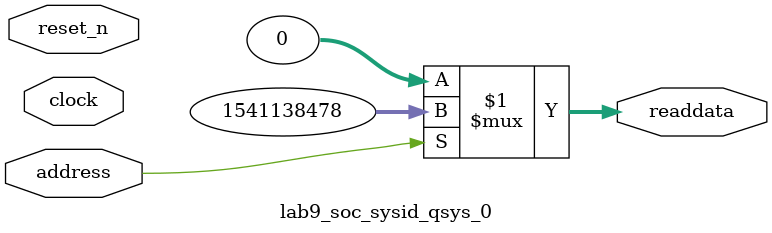
<source format=v>



// synthesis translate_off
`timescale 1ns / 1ps
// synthesis translate_on

// turn off superfluous verilog processor warnings 
// altera message_level Level1 
// altera message_off 10034 10035 10036 10037 10230 10240 10030 

module lab9_soc_sysid_qsys_0 (
               // inputs:
                address,
                clock,
                reset_n,

               // outputs:
                readdata
             )
;

  output  [ 31: 0] readdata;
  input            address;
  input            clock;
  input            reset_n;

  wire    [ 31: 0] readdata;
  //control_slave, which is an e_avalon_slave
  assign readdata = address ? 1541138478 : 0;

endmodule



</source>
